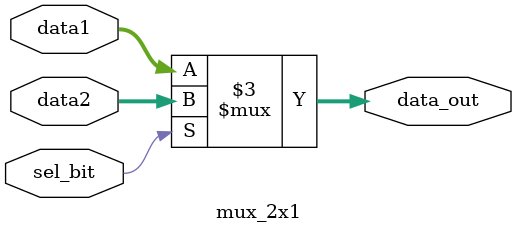
<source format=v>
`timescale 1ns / 1ps
module mux_2x1(data1, data2, sel_bit, data_out);
	input [31:0] data1, data2;
	input sel_bit;
	output reg [31:0] data_out;
	
	always@(*) begin
		if(sel_bit)
			data_out <= data2;
		else
			data_out <= data1;
	end
endmodule
</source>
